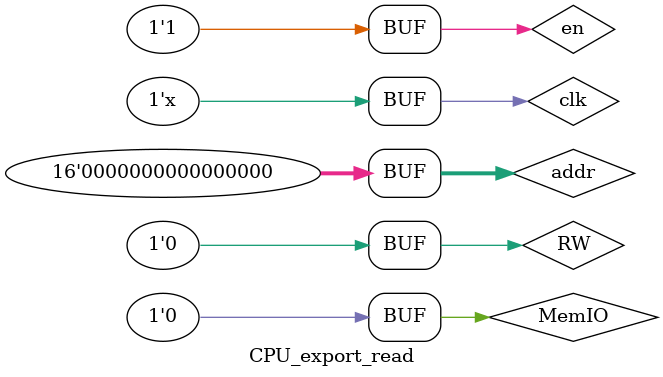
<source format=v>
`timescale 1ns / 1ps

/**
测试CPU接口模块，输入addr 0000_0000_0000_0000，取出该地址指令00000_000_001_00000
成功
*/
module CPU_export_read();
    reg clk;  
    reg RW;      //0->R,1->W
    reg en;      //en =1 代表可以
    reg MemIO;//这次是访问IO还是Mem,0->mem,1->IO
    reg [15:0] data_write;
    reg [15:0] addr; 
    wire [15:0] data_read;
    always #5 clk=~clk;//每10ns一次
    initial
        begin
            clk = 0;
            RW=0;
            en=1;
            MemIO=0;
            addr =16'b0000_0000_0000_0000;
        end
    CPU_export cpu_export_readTest(
    .clk(clk),
    .RW(RW),
    .en(en),
    .MemIO(MemIO),
    .data_write(data_write),
    .addr(addr),
    .data_read(data_read)
    );
endmodule

</source>
